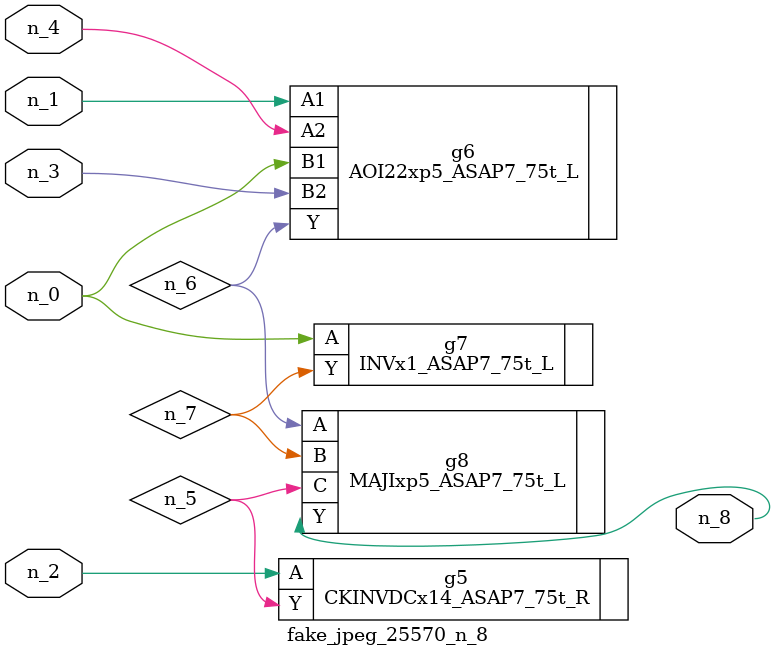
<source format=v>
module fake_jpeg_25570_n_8 (n_3, n_2, n_1, n_0, n_4, n_8);

input n_3;
input n_2;
input n_1;
input n_0;
input n_4;

output n_8;

wire n_6;
wire n_5;
wire n_7;

CKINVDCx14_ASAP7_75t_R g5 ( 
.A(n_2),
.Y(n_5)
);

AOI22xp5_ASAP7_75t_L g6 ( 
.A1(n_1),
.A2(n_4),
.B1(n_0),
.B2(n_3),
.Y(n_6)
);

INVx1_ASAP7_75t_L g7 ( 
.A(n_0),
.Y(n_7)
);

MAJIxp5_ASAP7_75t_L g8 ( 
.A(n_6),
.B(n_7),
.C(n_5),
.Y(n_8)
);


endmodule
</source>
